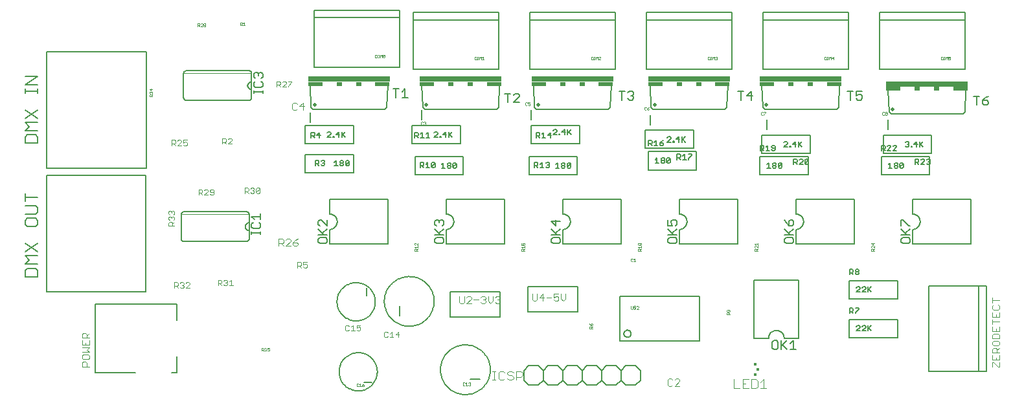
<source format=gto>
G75*
G70*
%OFA0B0*%
%FSLAX24Y24*%
%IPPOS*%
%LPD*%
%AMOC8*
5,1,8,0,0,1.08239X$1,22.5*
%
%ADD10C,0.0060*%
%ADD11C,0.0010*%
%ADD12C,0.0080*%
%ADD13C,0.0040*%
%ADD14C,0.0030*%
%ADD15C,0.0050*%
%ADD16C,0.0200*%
%ADD17R,0.4200X0.0300*%
%ADD18R,0.0750X0.0200*%
%ADD19R,0.0300X0.0200*%
%ADD20C,0.0020*%
%ADD21R,0.0167X0.0128*%
%ADD22R,0.0138X0.0138*%
D10*
X003731Y006431D02*
X003731Y006751D01*
X003837Y006858D01*
X004264Y006858D01*
X004371Y006751D01*
X004371Y006431D01*
X003731Y006431D01*
X003731Y007076D02*
X003944Y007289D01*
X003731Y007503D01*
X004371Y007503D01*
X004371Y007720D02*
X003731Y008147D01*
X003731Y007720D02*
X004371Y008147D01*
X004264Y009009D02*
X003837Y009009D01*
X003731Y009116D01*
X003731Y009330D01*
X003837Y009436D01*
X004264Y009436D01*
X004371Y009330D01*
X004371Y009116D01*
X004264Y009009D01*
X004264Y009654D02*
X003731Y009654D01*
X004264Y009654D02*
X004371Y009761D01*
X004371Y009974D01*
X004264Y010081D01*
X003731Y010081D01*
X003731Y010298D02*
X003731Y010725D01*
X003731Y010512D02*
X004371Y010512D01*
X004371Y013306D02*
X003731Y013306D01*
X003731Y013626D01*
X003837Y013733D01*
X004264Y013733D01*
X004371Y013626D01*
X004371Y013306D01*
X004371Y013951D02*
X003731Y013951D01*
X003944Y014164D01*
X003731Y014378D01*
X004371Y014378D01*
X004371Y014595D02*
X003731Y015022D01*
X003731Y014595D02*
X004371Y015022D01*
X004371Y015884D02*
X004371Y016098D01*
X004371Y015991D02*
X003731Y015991D01*
X003731Y015884D02*
X003731Y016098D01*
X003731Y016314D02*
X004371Y016741D01*
X003731Y016741D01*
X003731Y016314D02*
X004371Y016314D01*
X011894Y016895D02*
X011894Y015655D01*
X011896Y015632D01*
X011901Y015609D01*
X011910Y015587D01*
X011923Y015567D01*
X011938Y015549D01*
X011956Y015534D01*
X011976Y015521D01*
X011998Y015512D01*
X012021Y015507D01*
X012044Y015505D01*
X015244Y015505D01*
X015267Y015507D01*
X015290Y015512D01*
X015312Y015521D01*
X015332Y015534D01*
X015350Y015549D01*
X015365Y015567D01*
X015378Y015587D01*
X015387Y015609D01*
X015392Y015632D01*
X015394Y015655D01*
X015394Y016075D01*
X015394Y016475D01*
X015394Y016895D01*
X015392Y016918D01*
X015387Y016941D01*
X015378Y016963D01*
X015365Y016983D01*
X015350Y017001D01*
X015332Y017016D01*
X015312Y017029D01*
X015290Y017038D01*
X015267Y017043D01*
X015244Y017045D01*
X012044Y017045D01*
X012021Y017043D01*
X011998Y017038D01*
X011976Y017029D01*
X011956Y017016D01*
X011938Y017001D01*
X011923Y016983D01*
X011910Y016963D01*
X011901Y016941D01*
X011896Y016918D01*
X011894Y016895D01*
X015394Y016475D02*
X015367Y016473D01*
X015340Y016468D01*
X015314Y016458D01*
X015290Y016446D01*
X015268Y016430D01*
X015248Y016412D01*
X015231Y016390D01*
X015216Y016367D01*
X015206Y016342D01*
X015198Y016316D01*
X015194Y016289D01*
X015194Y016261D01*
X015198Y016234D01*
X015206Y016208D01*
X015216Y016183D01*
X015231Y016160D01*
X015248Y016138D01*
X015268Y016120D01*
X015290Y016104D01*
X015314Y016092D01*
X015340Y016082D01*
X015367Y016077D01*
X015394Y016075D01*
X018400Y016307D02*
X018450Y015157D01*
X018550Y015057D01*
X022250Y015057D01*
X022350Y015157D01*
X022400Y016307D01*
X024150Y016307D02*
X024200Y015157D01*
X024300Y015057D01*
X028000Y015057D01*
X028100Y015157D01*
X028150Y016307D01*
X029900Y016307D02*
X029950Y015157D01*
X030050Y015057D01*
X033750Y015057D01*
X033850Y015157D01*
X033900Y016307D01*
X035900Y016307D02*
X035950Y015157D01*
X036050Y015057D01*
X039750Y015057D01*
X039850Y015157D01*
X039900Y016307D01*
X041650Y016307D02*
X041700Y015157D01*
X041800Y015057D01*
X045500Y015057D01*
X045600Y015157D01*
X045650Y016307D01*
X048150Y016057D02*
X048200Y014907D01*
X048300Y014807D01*
X052000Y014807D01*
X052100Y014907D01*
X052150Y016057D01*
X052400Y010407D02*
X049400Y010407D01*
X049400Y009657D01*
X049439Y009655D01*
X049478Y009649D01*
X049516Y009640D01*
X049553Y009627D01*
X049589Y009610D01*
X049622Y009590D01*
X049654Y009566D01*
X049683Y009540D01*
X049709Y009511D01*
X049733Y009479D01*
X049753Y009446D01*
X049770Y009410D01*
X049783Y009373D01*
X049792Y009335D01*
X049798Y009296D01*
X049800Y009257D01*
X049798Y009218D01*
X049792Y009179D01*
X049783Y009141D01*
X049770Y009104D01*
X049753Y009068D01*
X049733Y009035D01*
X049709Y009003D01*
X049683Y008974D01*
X049654Y008948D01*
X049622Y008924D01*
X049589Y008904D01*
X049553Y008887D01*
X049516Y008874D01*
X049478Y008865D01*
X049439Y008859D01*
X049400Y008857D01*
X049400Y008107D01*
X052400Y008107D01*
X052400Y010407D01*
X046400Y010407D02*
X046400Y008107D01*
X043400Y008107D01*
X043400Y008857D01*
X043439Y008859D01*
X043478Y008865D01*
X043516Y008874D01*
X043553Y008887D01*
X043589Y008904D01*
X043622Y008924D01*
X043654Y008948D01*
X043683Y008974D01*
X043709Y009003D01*
X043733Y009035D01*
X043753Y009068D01*
X043770Y009104D01*
X043783Y009141D01*
X043792Y009179D01*
X043798Y009218D01*
X043800Y009257D01*
X043798Y009296D01*
X043792Y009335D01*
X043783Y009373D01*
X043770Y009410D01*
X043753Y009446D01*
X043733Y009479D01*
X043709Y009511D01*
X043683Y009540D01*
X043654Y009566D01*
X043622Y009590D01*
X043589Y009610D01*
X043553Y009627D01*
X043516Y009640D01*
X043478Y009649D01*
X043439Y009655D01*
X043400Y009657D01*
X043400Y010407D01*
X046400Y010407D01*
X040400Y010407D02*
X040400Y008107D01*
X037400Y008107D01*
X037400Y008857D01*
X037439Y008859D01*
X037478Y008865D01*
X037516Y008874D01*
X037553Y008887D01*
X037589Y008904D01*
X037622Y008924D01*
X037654Y008948D01*
X037683Y008974D01*
X037709Y009003D01*
X037733Y009035D01*
X037753Y009068D01*
X037770Y009104D01*
X037783Y009141D01*
X037792Y009179D01*
X037798Y009218D01*
X037800Y009257D01*
X037798Y009296D01*
X037792Y009335D01*
X037783Y009373D01*
X037770Y009410D01*
X037753Y009446D01*
X037733Y009479D01*
X037709Y009511D01*
X037683Y009540D01*
X037654Y009566D01*
X037622Y009590D01*
X037589Y009610D01*
X037553Y009627D01*
X037516Y009640D01*
X037478Y009649D01*
X037439Y009655D01*
X037400Y009657D01*
X037400Y010407D01*
X040400Y010407D01*
X034400Y010407D02*
X034400Y008107D01*
X031400Y008107D01*
X031400Y008857D01*
X031439Y008859D01*
X031478Y008865D01*
X031516Y008874D01*
X031553Y008887D01*
X031589Y008904D01*
X031622Y008924D01*
X031654Y008948D01*
X031683Y008974D01*
X031709Y009003D01*
X031733Y009035D01*
X031753Y009068D01*
X031770Y009104D01*
X031783Y009141D01*
X031792Y009179D01*
X031798Y009218D01*
X031800Y009257D01*
X031798Y009296D01*
X031792Y009335D01*
X031783Y009373D01*
X031770Y009410D01*
X031753Y009446D01*
X031733Y009479D01*
X031709Y009511D01*
X031683Y009540D01*
X031654Y009566D01*
X031622Y009590D01*
X031589Y009610D01*
X031553Y009627D01*
X031516Y009640D01*
X031478Y009649D01*
X031439Y009655D01*
X031400Y009657D01*
X031400Y010407D01*
X034400Y010407D01*
X028400Y010407D02*
X028400Y008107D01*
X025400Y008107D01*
X025400Y008857D01*
X025439Y008859D01*
X025478Y008865D01*
X025516Y008874D01*
X025553Y008887D01*
X025589Y008904D01*
X025622Y008924D01*
X025654Y008948D01*
X025683Y008974D01*
X025709Y009003D01*
X025733Y009035D01*
X025753Y009068D01*
X025770Y009104D01*
X025783Y009141D01*
X025792Y009179D01*
X025798Y009218D01*
X025800Y009257D01*
X025798Y009296D01*
X025792Y009335D01*
X025783Y009373D01*
X025770Y009410D01*
X025753Y009446D01*
X025733Y009479D01*
X025709Y009511D01*
X025683Y009540D01*
X025654Y009566D01*
X025622Y009590D01*
X025589Y009610D01*
X025553Y009627D01*
X025516Y009640D01*
X025478Y009649D01*
X025439Y009655D01*
X025400Y009657D01*
X025400Y010407D01*
X028400Y010407D01*
X022400Y010407D02*
X022400Y008107D01*
X019400Y008107D01*
X019400Y008857D01*
X019439Y008859D01*
X019478Y008865D01*
X019516Y008874D01*
X019553Y008887D01*
X019589Y008904D01*
X019622Y008924D01*
X019654Y008948D01*
X019683Y008974D01*
X019709Y009003D01*
X019733Y009035D01*
X019753Y009068D01*
X019770Y009104D01*
X019783Y009141D01*
X019792Y009179D01*
X019798Y009218D01*
X019800Y009257D01*
X019798Y009296D01*
X019792Y009335D01*
X019783Y009373D01*
X019770Y009410D01*
X019753Y009446D01*
X019733Y009479D01*
X019709Y009511D01*
X019683Y009540D01*
X019654Y009566D01*
X019622Y009590D01*
X019589Y009610D01*
X019553Y009627D01*
X019516Y009640D01*
X019478Y009649D01*
X019439Y009655D01*
X019400Y009657D01*
X019400Y010407D01*
X022400Y010407D01*
X015268Y009627D02*
X015268Y009207D01*
X015268Y008807D01*
X015268Y008387D01*
X015266Y008364D01*
X015261Y008341D01*
X015252Y008319D01*
X015239Y008299D01*
X015224Y008281D01*
X015206Y008266D01*
X015186Y008253D01*
X015164Y008244D01*
X015141Y008239D01*
X015118Y008237D01*
X011918Y008237D01*
X011895Y008239D01*
X011872Y008244D01*
X011850Y008253D01*
X011830Y008266D01*
X011812Y008281D01*
X011797Y008299D01*
X011784Y008319D01*
X011775Y008341D01*
X011770Y008364D01*
X011768Y008387D01*
X011768Y009627D01*
X011770Y009650D01*
X011775Y009673D01*
X011784Y009695D01*
X011797Y009715D01*
X011812Y009733D01*
X011830Y009748D01*
X011850Y009761D01*
X011872Y009770D01*
X011895Y009775D01*
X011918Y009777D01*
X015118Y009777D01*
X015141Y009775D01*
X015164Y009770D01*
X015186Y009761D01*
X015206Y009748D01*
X015224Y009733D01*
X015239Y009715D01*
X015252Y009695D01*
X015261Y009673D01*
X015266Y009650D01*
X015268Y009627D01*
X015268Y009207D02*
X015241Y009205D01*
X015214Y009200D01*
X015188Y009190D01*
X015164Y009178D01*
X015142Y009162D01*
X015122Y009144D01*
X015105Y009122D01*
X015090Y009099D01*
X015080Y009074D01*
X015072Y009048D01*
X015068Y009021D01*
X015068Y008993D01*
X015072Y008966D01*
X015080Y008940D01*
X015090Y008915D01*
X015105Y008892D01*
X015122Y008870D01*
X015142Y008852D01*
X015164Y008836D01*
X015188Y008824D01*
X015214Y008814D01*
X015241Y008809D01*
X015268Y008807D01*
X004371Y007076D02*
X003731Y007076D01*
X034353Y005409D02*
X034353Y003106D01*
X038447Y003106D01*
X038447Y005409D01*
X034353Y005409D01*
X034556Y003490D02*
X034558Y003516D01*
X034564Y003542D01*
X034573Y003567D01*
X034586Y003590D01*
X034602Y003611D01*
X034621Y003629D01*
X034643Y003645D01*
X034666Y003657D01*
X034691Y003665D01*
X034717Y003670D01*
X034744Y003671D01*
X034770Y003668D01*
X034795Y003661D01*
X034820Y003651D01*
X034842Y003637D01*
X034863Y003620D01*
X034880Y003601D01*
X034895Y003579D01*
X034906Y003555D01*
X034914Y003529D01*
X034918Y003503D01*
X034918Y003477D01*
X034914Y003451D01*
X034906Y003425D01*
X034895Y003401D01*
X034880Y003379D01*
X034863Y003360D01*
X034842Y003343D01*
X034820Y003329D01*
X034795Y003319D01*
X034770Y003312D01*
X034744Y003309D01*
X034717Y003310D01*
X034691Y003315D01*
X034666Y003323D01*
X034643Y003335D01*
X034621Y003351D01*
X034602Y003369D01*
X034586Y003390D01*
X034573Y003413D01*
X034564Y003438D01*
X034558Y003464D01*
X034556Y003490D01*
X041250Y003257D02*
X042000Y003257D01*
X042002Y003296D01*
X042008Y003335D01*
X042017Y003373D01*
X042030Y003410D01*
X042047Y003446D01*
X042067Y003479D01*
X042091Y003511D01*
X042117Y003540D01*
X042146Y003566D01*
X042178Y003590D01*
X042211Y003610D01*
X042247Y003627D01*
X042284Y003640D01*
X042322Y003649D01*
X042361Y003655D01*
X042400Y003657D01*
X042439Y003655D01*
X042478Y003649D01*
X042516Y003640D01*
X042553Y003627D01*
X042589Y003610D01*
X042622Y003590D01*
X042654Y003566D01*
X042683Y003540D01*
X042709Y003511D01*
X042733Y003479D01*
X042753Y003446D01*
X042770Y003410D01*
X042783Y003373D01*
X042792Y003335D01*
X042798Y003296D01*
X042800Y003257D01*
X043550Y003257D01*
X043550Y006257D01*
X041250Y006257D01*
X041250Y003257D01*
D11*
X040005Y004468D02*
X039855Y004468D01*
X039855Y004543D01*
X039880Y004568D01*
X039930Y004568D01*
X039955Y004543D01*
X039955Y004468D01*
X039955Y004518D02*
X040005Y004568D01*
X039980Y004615D02*
X040005Y004640D01*
X040005Y004690D01*
X039980Y004715D01*
X039880Y004715D01*
X039855Y004690D01*
X039855Y004640D01*
X039880Y004615D01*
X039905Y004615D01*
X039930Y004640D01*
X039930Y004715D01*
X035300Y004762D02*
X035200Y004762D01*
X035300Y004863D01*
X035300Y004888D01*
X035275Y004913D01*
X035225Y004913D01*
X035200Y004888D01*
X035153Y004888D02*
X035128Y004913D01*
X035078Y004913D01*
X035053Y004888D01*
X035053Y004863D01*
X035078Y004838D01*
X035128Y004838D01*
X035153Y004813D01*
X035153Y004787D01*
X035128Y004762D01*
X035078Y004762D01*
X035053Y004787D01*
X035005Y004787D02*
X035005Y004913D01*
X034905Y004913D02*
X034905Y004787D01*
X034930Y004762D01*
X034980Y004762D01*
X035005Y004787D01*
X035103Y004737D02*
X035103Y004938D01*
X032945Y003985D02*
X032920Y004010D01*
X032895Y004010D01*
X032870Y003985D01*
X032870Y003910D01*
X032920Y003910D01*
X032945Y003935D01*
X032945Y003985D01*
X032870Y003910D02*
X032820Y003960D01*
X032795Y004010D01*
X032820Y003863D02*
X032870Y003863D01*
X032895Y003838D01*
X032895Y003762D01*
X032945Y003762D02*
X032795Y003762D01*
X032795Y003838D01*
X032820Y003863D01*
X032895Y003813D02*
X032945Y003863D01*
X026658Y000953D02*
X026658Y000928D01*
X026633Y000903D01*
X026658Y000878D01*
X026658Y000852D01*
X026633Y000827D01*
X026583Y000827D01*
X026558Y000852D01*
X026511Y000827D02*
X026411Y000827D01*
X026461Y000827D02*
X026461Y000978D01*
X026411Y000928D01*
X026363Y000953D02*
X026338Y000978D01*
X026288Y000978D01*
X026263Y000953D01*
X026263Y000852D01*
X026288Y000827D01*
X026338Y000827D01*
X026363Y000852D01*
X026558Y000953D02*
X026583Y000978D01*
X026633Y000978D01*
X026658Y000953D01*
X026633Y000903D02*
X026608Y000903D01*
X021190Y000922D02*
X021140Y000897D01*
X021090Y000847D01*
X021165Y000847D01*
X021190Y000822D01*
X021190Y000797D01*
X021165Y000772D01*
X021115Y000772D01*
X021090Y000797D01*
X021090Y000847D01*
X021043Y000772D02*
X020943Y000772D01*
X020993Y000772D02*
X020993Y000922D01*
X020943Y000872D01*
X020896Y000897D02*
X020871Y000922D01*
X020821Y000922D01*
X020796Y000897D01*
X020796Y000797D01*
X020821Y000772D01*
X020871Y000772D01*
X020896Y000797D01*
X016301Y002631D02*
X016276Y002606D01*
X016226Y002606D01*
X016201Y002631D01*
X016154Y002631D02*
X016129Y002606D01*
X016079Y002606D01*
X016054Y002631D01*
X016006Y002606D02*
X015956Y002656D01*
X015981Y002656D02*
X015906Y002656D01*
X015906Y002606D02*
X015906Y002756D01*
X015981Y002756D01*
X016006Y002731D01*
X016006Y002681D01*
X015981Y002656D01*
X016054Y002731D02*
X016079Y002756D01*
X016129Y002756D01*
X016154Y002731D01*
X016154Y002706D01*
X016129Y002681D01*
X016154Y002656D01*
X016154Y002631D01*
X016129Y002681D02*
X016104Y002681D01*
X016201Y002681D02*
X016251Y002706D01*
X016276Y002706D01*
X016301Y002681D01*
X016301Y002631D01*
X016201Y002681D02*
X016201Y002756D01*
X016301Y002756D01*
X023795Y007762D02*
X023795Y007838D01*
X023820Y007863D01*
X023870Y007863D01*
X023895Y007838D01*
X023895Y007762D01*
X023945Y007762D02*
X023795Y007762D01*
X023895Y007813D02*
X023945Y007863D01*
X023945Y007910D02*
X023945Y008010D01*
X023945Y008057D02*
X023845Y008157D01*
X023820Y008157D01*
X023795Y008132D01*
X023795Y008082D01*
X023820Y008057D01*
X023795Y007960D02*
X023945Y007960D01*
X023945Y008057D02*
X023945Y008157D01*
X023795Y007960D02*
X023845Y007910D01*
X029295Y007960D02*
X029345Y007910D01*
X029320Y007863D02*
X029370Y007863D01*
X029395Y007838D01*
X029395Y007762D01*
X029445Y007762D02*
X029295Y007762D01*
X029295Y007838D01*
X029320Y007863D01*
X029395Y007813D02*
X029445Y007863D01*
X029445Y007910D02*
X029445Y008010D01*
X029445Y007960D02*
X029295Y007960D01*
X029295Y008057D02*
X029370Y008057D01*
X029345Y008107D01*
X029345Y008132D01*
X029370Y008157D01*
X029420Y008157D01*
X029445Y008132D01*
X029445Y008082D01*
X029420Y008057D01*
X029295Y008057D02*
X029295Y008157D01*
X034905Y007338D02*
X034905Y007237D01*
X034930Y007212D01*
X034980Y007212D01*
X035005Y007237D01*
X035053Y007212D02*
X035153Y007212D01*
X035103Y007212D02*
X035103Y007363D01*
X035053Y007313D01*
X035005Y007338D02*
X034980Y007363D01*
X034930Y007363D01*
X034905Y007338D01*
X035295Y007762D02*
X035295Y007838D01*
X035320Y007863D01*
X035370Y007863D01*
X035395Y007838D01*
X035395Y007762D01*
X035445Y007762D02*
X035295Y007762D01*
X035395Y007813D02*
X035445Y007863D01*
X035445Y007910D02*
X035445Y008010D01*
X035445Y007960D02*
X035295Y007960D01*
X035345Y007910D01*
X035345Y008057D02*
X035320Y008057D01*
X035295Y008082D01*
X035295Y008132D01*
X035320Y008157D01*
X035345Y008157D01*
X035370Y008132D01*
X035370Y008082D01*
X035345Y008057D01*
X035370Y008082D02*
X035395Y008057D01*
X035420Y008057D01*
X035445Y008082D01*
X035445Y008132D01*
X035420Y008157D01*
X035395Y008157D01*
X035370Y008132D01*
X041295Y008107D02*
X041445Y008107D01*
X041445Y008057D02*
X041445Y008157D01*
X041345Y008057D02*
X041295Y008107D01*
X041320Y008010D02*
X041295Y007985D01*
X041295Y007935D01*
X041320Y007910D01*
X041320Y007863D02*
X041370Y007863D01*
X041395Y007838D01*
X041395Y007762D01*
X041445Y007762D02*
X041295Y007762D01*
X041295Y007838D01*
X041320Y007863D01*
X041395Y007813D02*
X041445Y007863D01*
X041445Y007910D02*
X041345Y008010D01*
X041320Y008010D01*
X041445Y008010D02*
X041445Y007910D01*
X047295Y007935D02*
X047320Y007910D01*
X047295Y007935D02*
X047295Y007985D01*
X047320Y008010D01*
X047345Y008010D01*
X047445Y007910D01*
X047445Y008010D01*
X047370Y008057D02*
X047370Y008157D01*
X047295Y008132D02*
X047370Y008057D01*
X047445Y008132D02*
X047295Y008132D01*
X047320Y007863D02*
X047370Y007863D01*
X047395Y007838D01*
X047395Y007762D01*
X047445Y007762D02*
X047295Y007762D01*
X047295Y007838D01*
X047320Y007863D01*
X047395Y007813D02*
X047445Y007863D01*
X047880Y014762D02*
X047930Y014762D01*
X047955Y014787D01*
X048003Y014787D02*
X048003Y014813D01*
X048028Y014838D01*
X048078Y014838D01*
X048103Y014813D01*
X048103Y014787D01*
X048078Y014762D01*
X048028Y014762D01*
X048003Y014787D01*
X048028Y014838D02*
X048003Y014863D01*
X048003Y014888D01*
X048028Y014913D01*
X048078Y014913D01*
X048103Y014888D01*
X048103Y014863D01*
X048078Y014838D01*
X047955Y014888D02*
X047930Y014913D01*
X047880Y014913D01*
X047855Y014888D01*
X047855Y014787D01*
X047880Y014762D01*
X041853Y014888D02*
X041753Y014787D01*
X041753Y014762D01*
X041705Y014787D02*
X041680Y014762D01*
X041630Y014762D01*
X041605Y014787D01*
X041605Y014888D01*
X041630Y014913D01*
X041680Y014913D01*
X041705Y014888D01*
X041753Y014913D02*
X041853Y014913D01*
X041853Y014888D01*
X035853Y015037D02*
X035828Y015012D01*
X035778Y015012D01*
X035753Y015037D01*
X035753Y015088D01*
X035828Y015088D01*
X035853Y015063D01*
X035853Y015037D01*
X035803Y015138D02*
X035753Y015088D01*
X035705Y015138D02*
X035680Y015163D01*
X035630Y015163D01*
X035605Y015138D01*
X035605Y015037D01*
X035630Y015012D01*
X035680Y015012D01*
X035705Y015037D01*
X035803Y015138D02*
X035853Y015163D01*
X029728Y015287D02*
X029703Y015262D01*
X029653Y015262D01*
X029628Y015287D01*
X029580Y015287D02*
X029555Y015262D01*
X029505Y015262D01*
X029480Y015287D01*
X029480Y015388D01*
X029505Y015413D01*
X029555Y015413D01*
X029580Y015388D01*
X029628Y015413D02*
X029628Y015338D01*
X029678Y015363D01*
X029703Y015363D01*
X029728Y015338D01*
X029728Y015287D01*
X029728Y015413D02*
X029628Y015413D01*
X024353Y014388D02*
X024353Y014363D01*
X024328Y014338D01*
X024353Y014313D01*
X024353Y014287D01*
X024328Y014262D01*
X024278Y014262D01*
X024253Y014287D01*
X024205Y014287D02*
X024180Y014262D01*
X024130Y014262D01*
X024105Y014287D01*
X024105Y014388D01*
X024130Y014413D01*
X024180Y014413D01*
X024205Y014388D01*
X024253Y014388D02*
X024278Y014413D01*
X024328Y014413D01*
X024353Y014388D01*
X024328Y014338D02*
X024303Y014338D01*
X026865Y017602D02*
X026940Y017602D01*
X026965Y017627D01*
X026965Y017728D01*
X026940Y017753D01*
X026865Y017753D01*
X026865Y017602D01*
X027012Y017602D02*
X027062Y017602D01*
X027037Y017602D02*
X027037Y017753D01*
X027012Y017753D02*
X027062Y017753D01*
X027111Y017753D02*
X027161Y017703D01*
X027211Y017753D01*
X027211Y017602D01*
X027258Y017602D02*
X027358Y017602D01*
X027308Y017602D02*
X027308Y017753D01*
X027258Y017703D01*
X027111Y017753D02*
X027111Y017602D01*
X022252Y017734D02*
X022227Y017709D01*
X022177Y017709D01*
X022152Y017734D01*
X022252Y017834D01*
X022252Y017734D01*
X022252Y017834D02*
X022227Y017859D01*
X022177Y017859D01*
X022152Y017834D01*
X022152Y017734D01*
X022104Y017709D02*
X022104Y017859D01*
X022054Y017809D01*
X022004Y017859D01*
X022004Y017709D01*
X021956Y017709D02*
X021906Y017709D01*
X021931Y017709D02*
X021931Y017859D01*
X021906Y017859D02*
X021956Y017859D01*
X021859Y017834D02*
X021834Y017859D01*
X021759Y017859D01*
X021759Y017709D01*
X021834Y017709D01*
X021859Y017734D01*
X021859Y017834D01*
X015051Y019373D02*
X014951Y019373D01*
X014904Y019373D02*
X014854Y019423D01*
X014879Y019423D02*
X014804Y019423D01*
X014804Y019373D02*
X014804Y019523D01*
X014879Y019523D01*
X014904Y019498D01*
X014904Y019448D01*
X014879Y019423D01*
X014951Y019473D02*
X015001Y019523D01*
X015001Y019373D01*
X013023Y019367D02*
X013023Y019342D01*
X012998Y019317D01*
X012948Y019317D01*
X012923Y019342D01*
X012923Y019367D01*
X012948Y019392D01*
X012998Y019392D01*
X013023Y019367D01*
X012998Y019392D02*
X013023Y019417D01*
X013023Y019442D01*
X012998Y019467D01*
X012948Y019467D01*
X012923Y019442D01*
X012923Y019417D01*
X012948Y019392D01*
X012876Y019417D02*
X012876Y019442D01*
X012851Y019467D01*
X012801Y019467D01*
X012776Y019442D01*
X012729Y019442D02*
X012729Y019392D01*
X012704Y019367D01*
X012629Y019367D01*
X012679Y019367D02*
X012729Y019317D01*
X012776Y019317D02*
X012876Y019417D01*
X012876Y019317D02*
X012776Y019317D01*
X012729Y019442D02*
X012704Y019467D01*
X012629Y019467D01*
X012629Y019317D01*
X010291Y016082D02*
X010141Y016082D01*
X010216Y016007D01*
X010216Y016107D01*
X010241Y015960D02*
X010266Y015960D01*
X010291Y015935D01*
X010291Y015885D01*
X010266Y015860D01*
X010291Y015812D02*
X010241Y015762D01*
X010241Y015787D02*
X010241Y015712D01*
X010291Y015712D02*
X010141Y015712D01*
X010141Y015787D01*
X010166Y015812D01*
X010216Y015812D01*
X010241Y015787D01*
X010166Y015860D02*
X010141Y015885D01*
X010141Y015935D01*
X010166Y015960D01*
X010191Y015960D01*
X010216Y015935D01*
X010241Y015960D01*
X010216Y015935D02*
X010216Y015910D01*
X032865Y017602D02*
X032940Y017602D01*
X032965Y017627D01*
X032965Y017728D01*
X032940Y017753D01*
X032865Y017753D01*
X032865Y017602D01*
X033012Y017602D02*
X033062Y017602D01*
X033037Y017602D02*
X033037Y017753D01*
X033012Y017753D02*
X033062Y017753D01*
X033111Y017753D02*
X033161Y017703D01*
X033211Y017753D01*
X033211Y017602D01*
X033258Y017602D02*
X033358Y017703D01*
X033358Y017728D01*
X033333Y017753D01*
X033283Y017753D01*
X033258Y017728D01*
X033258Y017602D02*
X033358Y017602D01*
X033111Y017602D02*
X033111Y017753D01*
X038865Y017753D02*
X038865Y017602D01*
X038940Y017602D01*
X038965Y017627D01*
X038965Y017728D01*
X038940Y017753D01*
X038865Y017753D01*
X039012Y017753D02*
X039062Y017753D01*
X039037Y017753D02*
X039037Y017602D01*
X039012Y017602D02*
X039062Y017602D01*
X039111Y017602D02*
X039111Y017753D01*
X039161Y017703D01*
X039211Y017753D01*
X039211Y017602D01*
X039258Y017627D02*
X039283Y017602D01*
X039333Y017602D01*
X039358Y017627D01*
X039358Y017653D01*
X039333Y017678D01*
X039308Y017678D01*
X039333Y017678D02*
X039358Y017703D01*
X039358Y017728D01*
X039333Y017753D01*
X039283Y017753D01*
X039258Y017728D01*
X044865Y017753D02*
X044865Y017602D01*
X044940Y017602D01*
X044965Y017627D01*
X044965Y017728D01*
X044940Y017753D01*
X044865Y017753D01*
X045012Y017753D02*
X045062Y017753D01*
X045037Y017753D02*
X045037Y017602D01*
X045012Y017602D02*
X045062Y017602D01*
X045111Y017602D02*
X045111Y017753D01*
X045161Y017703D01*
X045211Y017753D01*
X045211Y017602D01*
X045258Y017678D02*
X045358Y017678D01*
X045333Y017753D02*
X045258Y017678D01*
X045333Y017602D02*
X045333Y017753D01*
X050865Y017753D02*
X050865Y017602D01*
X050940Y017602D01*
X050965Y017627D01*
X050965Y017728D01*
X050940Y017753D01*
X050865Y017753D01*
X051012Y017753D02*
X051062Y017753D01*
X051037Y017753D02*
X051037Y017602D01*
X051012Y017602D02*
X051062Y017602D01*
X051111Y017602D02*
X051111Y017753D01*
X051161Y017703D01*
X051211Y017753D01*
X051211Y017602D01*
X051258Y017627D02*
X051283Y017602D01*
X051333Y017602D01*
X051358Y017627D01*
X051358Y017678D01*
X051333Y017703D01*
X051308Y017703D01*
X051258Y017678D01*
X051258Y017753D01*
X051358Y017753D01*
D12*
X052121Y017104D02*
X052121Y019663D01*
X047711Y019663D01*
X047711Y020057D01*
X052121Y020057D01*
X052121Y019663D01*
X047711Y019663D02*
X047711Y017104D01*
X052121Y017104D01*
X046121Y017104D02*
X046121Y019663D01*
X041711Y019663D01*
X041711Y020057D01*
X046121Y020057D01*
X046121Y019663D01*
X041711Y019663D02*
X041711Y017104D01*
X046121Y017104D01*
X040121Y017104D02*
X040121Y019663D01*
X035711Y019663D01*
X035711Y020057D01*
X040121Y020057D01*
X040121Y019663D01*
X035711Y019663D02*
X035711Y017104D01*
X040121Y017104D01*
X034121Y017104D02*
X034121Y019663D01*
X029711Y019663D01*
X029711Y020057D01*
X034121Y020057D01*
X034121Y019663D01*
X029711Y019663D02*
X029711Y017104D01*
X034121Y017104D01*
X029775Y015007D02*
X029775Y014507D01*
X029785Y014230D02*
X032265Y014230D01*
X032265Y013285D01*
X029785Y013285D01*
X029785Y014230D01*
X026140Y014230D02*
X026140Y013285D01*
X023660Y013285D01*
X023660Y014230D01*
X026140Y014230D01*
X024150Y014507D02*
X024150Y015007D01*
X020640Y014230D02*
X018160Y014230D01*
X018160Y013285D01*
X020640Y013285D01*
X020640Y014230D01*
X018400Y014382D02*
X018400Y014882D01*
X018160Y012730D02*
X020640Y012730D01*
X020640Y011785D01*
X018160Y011785D01*
X018160Y012730D01*
X023805Y012623D02*
X023805Y011678D01*
X026285Y011678D01*
X026285Y012623D01*
X023805Y012623D01*
X029680Y012623D02*
X029680Y011678D01*
X032160Y011678D01*
X032160Y012623D01*
X029680Y012623D01*
X035660Y013035D02*
X035660Y013980D01*
X038140Y013980D01*
X038140Y013035D01*
X035660Y013035D01*
X035805Y012873D02*
X038285Y012873D01*
X038285Y011928D01*
X035805Y011928D01*
X035805Y012873D01*
X035900Y014257D02*
X035900Y014757D01*
X041555Y012623D02*
X044035Y012623D01*
X044035Y011678D01*
X041555Y011678D01*
X041555Y012623D01*
X041660Y012785D02*
X041660Y013730D01*
X044140Y013730D01*
X044140Y012785D01*
X041660Y012785D01*
X041900Y014007D02*
X041900Y014507D01*
X047910Y013730D02*
X047910Y012785D01*
X050390Y012785D01*
X050390Y013730D01*
X047910Y013730D01*
X048150Y014007D02*
X048150Y014507D01*
X047805Y012623D02*
X050285Y012623D01*
X050285Y011678D01*
X047805Y011678D01*
X047805Y012623D01*
X048640Y006230D02*
X046160Y006230D01*
X046160Y005285D01*
X048640Y005285D01*
X048640Y006230D01*
X050247Y005946D02*
X052806Y005946D01*
X052806Y001537D01*
X050247Y001537D01*
X050247Y005946D01*
X052806Y005946D02*
X053199Y005946D01*
X053199Y001537D01*
X052806Y001537D01*
X048640Y003285D02*
X046160Y003285D01*
X046160Y004230D01*
X048640Y004230D01*
X048640Y003285D01*
X035400Y001582D02*
X035400Y001082D01*
X035150Y000832D01*
X034650Y000832D01*
X034400Y001082D01*
X034400Y001582D01*
X034650Y001832D01*
X035150Y001832D01*
X035400Y001582D01*
X034400Y001582D02*
X034150Y001832D01*
X033650Y001832D01*
X033400Y001582D01*
X033400Y001082D01*
X033150Y000832D01*
X032650Y000832D01*
X032400Y001082D01*
X032400Y001582D01*
X032650Y001832D01*
X033150Y001832D01*
X033400Y001582D01*
X033400Y001082D02*
X033650Y000832D01*
X034150Y000832D01*
X034400Y001082D01*
X032400Y001082D02*
X032150Y000832D01*
X031650Y000832D01*
X031400Y001082D01*
X031400Y001582D01*
X031650Y001832D01*
X032150Y001832D01*
X032400Y001582D01*
X031400Y001582D02*
X031150Y001832D01*
X030650Y001832D01*
X030400Y001582D01*
X030400Y001082D01*
X030150Y000832D01*
X029650Y000832D01*
X029400Y001082D01*
X029400Y001582D01*
X029650Y001832D01*
X030150Y001832D01*
X030400Y001582D01*
X030400Y001082D02*
X030650Y000832D01*
X031150Y000832D01*
X031400Y001082D01*
X027150Y001132D02*
X026650Y001132D01*
X025120Y001632D02*
X025122Y001703D01*
X025128Y001774D01*
X025138Y001845D01*
X025152Y001914D01*
X025169Y001983D01*
X025191Y002051D01*
X025216Y002118D01*
X025245Y002183D01*
X025277Y002246D01*
X025313Y002308D01*
X025352Y002367D01*
X025395Y002424D01*
X025440Y002479D01*
X025489Y002531D01*
X025540Y002580D01*
X025594Y002626D01*
X025651Y002670D01*
X025709Y002710D01*
X025770Y002746D01*
X025833Y002780D01*
X025898Y002809D01*
X025964Y002835D01*
X026032Y002858D01*
X026100Y002876D01*
X026170Y002891D01*
X026240Y002902D01*
X026311Y002909D01*
X026382Y002912D01*
X026453Y002911D01*
X026524Y002906D01*
X026595Y002897D01*
X026665Y002884D01*
X026734Y002868D01*
X026802Y002847D01*
X026869Y002823D01*
X026935Y002795D01*
X026998Y002763D01*
X027060Y002728D01*
X027120Y002690D01*
X027178Y002648D01*
X027233Y002604D01*
X027286Y002556D01*
X027336Y002505D01*
X027383Y002452D01*
X027427Y002396D01*
X027468Y002338D01*
X027506Y002277D01*
X027540Y002215D01*
X027570Y002150D01*
X027597Y002085D01*
X027621Y002017D01*
X027640Y001949D01*
X027656Y001880D01*
X027668Y001809D01*
X027676Y001739D01*
X027680Y001668D01*
X027680Y001596D01*
X027676Y001525D01*
X027668Y001455D01*
X027656Y001384D01*
X027640Y001315D01*
X027621Y001247D01*
X027597Y001179D01*
X027570Y001114D01*
X027540Y001049D01*
X027506Y000987D01*
X027468Y000926D01*
X027427Y000868D01*
X027383Y000812D01*
X027336Y000759D01*
X027286Y000708D01*
X027233Y000660D01*
X027178Y000616D01*
X027120Y000574D01*
X027060Y000536D01*
X026998Y000501D01*
X026935Y000469D01*
X026869Y000441D01*
X026802Y000417D01*
X026734Y000396D01*
X026665Y000380D01*
X026595Y000367D01*
X026524Y000358D01*
X026453Y000353D01*
X026382Y000352D01*
X026311Y000355D01*
X026240Y000362D01*
X026170Y000373D01*
X026100Y000388D01*
X026032Y000406D01*
X025964Y000429D01*
X025898Y000455D01*
X025833Y000484D01*
X025770Y000518D01*
X025709Y000554D01*
X025651Y000594D01*
X025594Y000638D01*
X025540Y000684D01*
X025489Y000733D01*
X025440Y000785D01*
X025395Y000840D01*
X025352Y000897D01*
X025313Y000956D01*
X025277Y001018D01*
X025245Y001081D01*
X025216Y001146D01*
X025191Y001213D01*
X025169Y001281D01*
X025152Y001350D01*
X025138Y001419D01*
X025128Y001490D01*
X025122Y001561D01*
X025120Y001632D01*
X021582Y000977D02*
X021182Y000977D01*
X019898Y001527D02*
X019900Y001589D01*
X019906Y001652D01*
X019916Y001713D01*
X019930Y001774D01*
X019947Y001834D01*
X019968Y001893D01*
X019994Y001950D01*
X020022Y002005D01*
X020054Y002059D01*
X020090Y002110D01*
X020128Y002160D01*
X020170Y002206D01*
X020214Y002250D01*
X020262Y002291D01*
X020311Y002329D01*
X020363Y002363D01*
X020417Y002394D01*
X020473Y002422D01*
X020531Y002446D01*
X020590Y002467D01*
X020650Y002483D01*
X020711Y002496D01*
X020773Y002505D01*
X020835Y002510D01*
X020898Y002511D01*
X020960Y002508D01*
X021022Y002501D01*
X021084Y002490D01*
X021144Y002475D01*
X021204Y002457D01*
X021262Y002435D01*
X021319Y002409D01*
X021374Y002379D01*
X021427Y002346D01*
X021478Y002310D01*
X021526Y002271D01*
X021572Y002228D01*
X021615Y002183D01*
X021655Y002135D01*
X021692Y002085D01*
X021726Y002032D01*
X021757Y001978D01*
X021783Y001922D01*
X021807Y001864D01*
X021826Y001804D01*
X021842Y001744D01*
X021854Y001682D01*
X021862Y001621D01*
X021866Y001558D01*
X021866Y001496D01*
X021862Y001433D01*
X021854Y001372D01*
X021842Y001310D01*
X021826Y001250D01*
X021807Y001190D01*
X021783Y001132D01*
X021757Y001076D01*
X021726Y001022D01*
X021692Y000969D01*
X021655Y000919D01*
X021615Y000871D01*
X021572Y000826D01*
X021526Y000783D01*
X021478Y000744D01*
X021427Y000708D01*
X021374Y000675D01*
X021319Y000645D01*
X021262Y000619D01*
X021204Y000597D01*
X021144Y000579D01*
X021084Y000564D01*
X021022Y000553D01*
X020960Y000546D01*
X020898Y000543D01*
X020835Y000544D01*
X020773Y000549D01*
X020711Y000558D01*
X020650Y000571D01*
X020590Y000587D01*
X020531Y000608D01*
X020473Y000632D01*
X020417Y000660D01*
X020363Y000691D01*
X020311Y000725D01*
X020262Y000763D01*
X020214Y000804D01*
X020170Y000848D01*
X020128Y000894D01*
X020090Y000944D01*
X020054Y000995D01*
X020022Y001049D01*
X019994Y001104D01*
X019968Y001161D01*
X019947Y001220D01*
X019930Y001280D01*
X019916Y001341D01*
X019906Y001402D01*
X019900Y001465D01*
X019898Y001527D01*
X023007Y004402D02*
X023007Y004902D01*
X022227Y005152D02*
X022229Y005223D01*
X022235Y005294D01*
X022245Y005365D01*
X022259Y005434D01*
X022276Y005503D01*
X022298Y005571D01*
X022323Y005638D01*
X022352Y005703D01*
X022384Y005766D01*
X022420Y005828D01*
X022459Y005887D01*
X022502Y005944D01*
X022547Y005999D01*
X022596Y006051D01*
X022647Y006100D01*
X022701Y006146D01*
X022758Y006190D01*
X022816Y006230D01*
X022877Y006266D01*
X022940Y006300D01*
X023005Y006329D01*
X023071Y006355D01*
X023139Y006378D01*
X023207Y006396D01*
X023277Y006411D01*
X023347Y006422D01*
X023418Y006429D01*
X023489Y006432D01*
X023560Y006431D01*
X023631Y006426D01*
X023702Y006417D01*
X023772Y006404D01*
X023841Y006388D01*
X023909Y006367D01*
X023976Y006343D01*
X024042Y006315D01*
X024105Y006283D01*
X024167Y006248D01*
X024227Y006210D01*
X024285Y006168D01*
X024340Y006124D01*
X024393Y006076D01*
X024443Y006025D01*
X024490Y005972D01*
X024534Y005916D01*
X024575Y005858D01*
X024613Y005797D01*
X024647Y005735D01*
X024677Y005670D01*
X024704Y005605D01*
X024728Y005537D01*
X024747Y005469D01*
X024763Y005400D01*
X024775Y005329D01*
X024783Y005259D01*
X024787Y005188D01*
X024787Y005116D01*
X024783Y005045D01*
X024775Y004975D01*
X024763Y004904D01*
X024747Y004835D01*
X024728Y004767D01*
X024704Y004699D01*
X024677Y004634D01*
X024647Y004569D01*
X024613Y004507D01*
X024575Y004446D01*
X024534Y004388D01*
X024490Y004332D01*
X024443Y004279D01*
X024393Y004228D01*
X024340Y004180D01*
X024285Y004136D01*
X024227Y004094D01*
X024167Y004056D01*
X024105Y004021D01*
X024042Y003989D01*
X023976Y003961D01*
X023909Y003937D01*
X023841Y003916D01*
X023772Y003900D01*
X023702Y003887D01*
X023631Y003878D01*
X023560Y003873D01*
X023489Y003872D01*
X023418Y003875D01*
X023347Y003882D01*
X023277Y003893D01*
X023207Y003908D01*
X023139Y003926D01*
X023071Y003949D01*
X023005Y003975D01*
X022940Y004004D01*
X022877Y004038D01*
X022816Y004074D01*
X022758Y004114D01*
X022701Y004158D01*
X022647Y004204D01*
X022596Y004253D01*
X022547Y004305D01*
X022502Y004360D01*
X022459Y004417D01*
X022420Y004476D01*
X022384Y004538D01*
X022352Y004601D01*
X022323Y004666D01*
X022298Y004733D01*
X022276Y004801D01*
X022259Y004870D01*
X022245Y004939D01*
X022235Y005010D01*
X022229Y005081D01*
X022227Y005152D01*
X021325Y005432D02*
X021325Y005832D01*
X019791Y005132D02*
X019793Y005194D01*
X019799Y005257D01*
X019809Y005318D01*
X019823Y005379D01*
X019840Y005439D01*
X019861Y005498D01*
X019887Y005555D01*
X019915Y005610D01*
X019947Y005664D01*
X019983Y005715D01*
X020021Y005765D01*
X020063Y005811D01*
X020107Y005855D01*
X020155Y005896D01*
X020204Y005934D01*
X020256Y005968D01*
X020310Y005999D01*
X020366Y006027D01*
X020424Y006051D01*
X020483Y006072D01*
X020543Y006088D01*
X020604Y006101D01*
X020666Y006110D01*
X020728Y006115D01*
X020791Y006116D01*
X020853Y006113D01*
X020915Y006106D01*
X020977Y006095D01*
X021037Y006080D01*
X021097Y006062D01*
X021155Y006040D01*
X021212Y006014D01*
X021267Y005984D01*
X021320Y005951D01*
X021371Y005915D01*
X021419Y005876D01*
X021465Y005833D01*
X021508Y005788D01*
X021548Y005740D01*
X021585Y005690D01*
X021619Y005637D01*
X021650Y005583D01*
X021676Y005527D01*
X021700Y005469D01*
X021719Y005409D01*
X021735Y005349D01*
X021747Y005287D01*
X021755Y005226D01*
X021759Y005163D01*
X021759Y005101D01*
X021755Y005038D01*
X021747Y004977D01*
X021735Y004915D01*
X021719Y004855D01*
X021700Y004795D01*
X021676Y004737D01*
X021650Y004681D01*
X021619Y004627D01*
X021585Y004574D01*
X021548Y004524D01*
X021508Y004476D01*
X021465Y004431D01*
X021419Y004388D01*
X021371Y004349D01*
X021320Y004313D01*
X021267Y004280D01*
X021212Y004250D01*
X021155Y004224D01*
X021097Y004202D01*
X021037Y004184D01*
X020977Y004169D01*
X020915Y004158D01*
X020853Y004151D01*
X020791Y004148D01*
X020728Y004149D01*
X020666Y004154D01*
X020604Y004163D01*
X020543Y004176D01*
X020483Y004192D01*
X020424Y004213D01*
X020366Y004237D01*
X020310Y004265D01*
X020256Y004296D01*
X020204Y004330D01*
X020155Y004368D01*
X020107Y004409D01*
X020063Y004453D01*
X020021Y004499D01*
X019983Y004549D01*
X019947Y004600D01*
X019915Y004654D01*
X019887Y004709D01*
X019861Y004766D01*
X019840Y004825D01*
X019823Y004885D01*
X019809Y004946D01*
X019799Y005007D01*
X019793Y005070D01*
X019791Y005132D01*
X025610Y005657D02*
X025610Y004357D01*
X028190Y004357D01*
X028190Y005657D01*
X025610Y005657D01*
X029610Y005907D02*
X029610Y004607D01*
X032190Y004607D01*
X032190Y005907D01*
X029610Y005907D01*
X011543Y005020D02*
X011543Y004194D01*
X011543Y005020D02*
X007330Y005020D01*
X007330Y001477D01*
X009417Y001477D01*
X011267Y001477D02*
X011543Y001477D01*
X011543Y002304D01*
X009954Y005656D02*
X004836Y005656D01*
X004836Y011656D01*
X009954Y011656D01*
X009954Y005656D01*
X009963Y012026D02*
X004845Y012026D01*
X004845Y018026D01*
X009963Y018026D01*
X009963Y012026D01*
X018605Y017210D02*
X018605Y019769D01*
X023014Y019769D01*
X023014Y017210D01*
X018605Y017210D01*
X023711Y017104D02*
X023711Y019663D01*
X028121Y019663D01*
X028121Y017104D01*
X023711Y017104D01*
X023711Y019663D02*
X023711Y020057D01*
X028121Y020057D01*
X028121Y019663D01*
X023014Y019769D02*
X023014Y020163D01*
X018605Y020163D01*
X018605Y019769D01*
D13*
X027795Y001563D02*
X027949Y001563D01*
X027872Y001563D02*
X027872Y001102D01*
X027795Y001102D02*
X027949Y001102D01*
X028102Y001179D02*
X028179Y001102D01*
X028332Y001102D01*
X028409Y001179D01*
X028562Y001179D02*
X028639Y001102D01*
X028793Y001102D01*
X028869Y001179D01*
X028869Y001256D01*
X028793Y001333D01*
X028639Y001333D01*
X028562Y001409D01*
X028562Y001486D01*
X028639Y001563D01*
X028793Y001563D01*
X028869Y001486D01*
X029023Y001563D02*
X029253Y001563D01*
X029330Y001486D01*
X029330Y001333D01*
X029253Y001256D01*
X029023Y001256D01*
X029023Y001102D02*
X029023Y001563D01*
X028409Y001486D02*
X028332Y001563D01*
X028179Y001563D01*
X028102Y001486D01*
X028102Y001179D01*
X040205Y001132D02*
X040205Y000671D01*
X040512Y000671D01*
X040665Y000671D02*
X040972Y000671D01*
X041125Y000671D02*
X041356Y000671D01*
X041432Y000748D01*
X041432Y001055D01*
X041356Y001132D01*
X041125Y001132D01*
X041125Y000671D01*
X040818Y000901D02*
X040665Y000901D01*
X040665Y000671D02*
X040665Y001132D01*
X040972Y001132D01*
X041586Y000978D02*
X041739Y001132D01*
X041739Y000671D01*
X041586Y000671D02*
X041893Y000671D01*
D14*
X006664Y001797D02*
X006664Y001982D01*
X006726Y002044D01*
X006849Y002044D01*
X006911Y001982D01*
X006911Y001797D01*
X007034Y001797D02*
X006664Y001797D01*
X006726Y002165D02*
X006973Y002165D01*
X007034Y002227D01*
X007034Y002351D01*
X006973Y002412D01*
X006726Y002412D01*
X006664Y002351D01*
X006664Y002227D01*
X006726Y002165D01*
X006664Y002534D02*
X007034Y002534D01*
X006911Y002657D01*
X007034Y002781D01*
X006664Y002781D01*
X006664Y002902D02*
X007034Y002902D01*
X007034Y003149D01*
X007034Y003270D02*
X006664Y003270D01*
X006664Y003455D01*
X006726Y003517D01*
X006849Y003517D01*
X006911Y003455D01*
X006911Y003270D01*
X006911Y003394D02*
X007034Y003517D01*
X006664Y003149D02*
X006664Y002902D01*
X006849Y002902D02*
X006849Y003025D01*
X011415Y005847D02*
X011415Y006138D01*
X011560Y006138D01*
X011609Y006089D01*
X011609Y005993D01*
X011560Y005944D01*
X011415Y005944D01*
X011512Y005944D02*
X011609Y005847D01*
X011710Y005896D02*
X011758Y005847D01*
X011855Y005847D01*
X011903Y005896D01*
X011903Y005944D01*
X011855Y005993D01*
X011807Y005993D01*
X011855Y005993D02*
X011903Y006041D01*
X011903Y006089D01*
X011855Y006138D01*
X011758Y006138D01*
X011710Y006089D01*
X012004Y006089D02*
X012053Y006138D01*
X012150Y006138D01*
X012198Y006089D01*
X012198Y006041D01*
X012004Y005847D01*
X012198Y005847D01*
X013665Y005972D02*
X013665Y006263D01*
X013810Y006263D01*
X013859Y006214D01*
X013859Y006118D01*
X013810Y006069D01*
X013665Y006069D01*
X013762Y006069D02*
X013859Y005972D01*
X013960Y006021D02*
X014008Y005972D01*
X014105Y005972D01*
X014153Y006021D01*
X014153Y006069D01*
X014105Y006118D01*
X014057Y006118D01*
X014105Y006118D02*
X014153Y006166D01*
X014153Y006214D01*
X014105Y006263D01*
X014008Y006263D01*
X013960Y006214D01*
X014254Y006166D02*
X014351Y006263D01*
X014351Y005972D01*
X014254Y005972D02*
X014448Y005972D01*
X017758Y006895D02*
X017758Y007185D01*
X017903Y007185D01*
X017951Y007137D01*
X017951Y007040D01*
X017903Y006992D01*
X017758Y006992D01*
X017855Y006992D02*
X017951Y006895D01*
X018053Y006944D02*
X018101Y006895D01*
X018198Y006895D01*
X018246Y006944D01*
X018246Y007040D01*
X018198Y007089D01*
X018149Y007089D01*
X018053Y007040D01*
X018053Y007185D01*
X018246Y007185D01*
X017714Y008010D02*
X017776Y008072D01*
X017776Y008133D01*
X017714Y008195D01*
X017529Y008195D01*
X017529Y008072D01*
X017590Y008010D01*
X017714Y008010D01*
X017529Y008195D02*
X017652Y008318D01*
X017776Y008380D01*
X017407Y008318D02*
X017346Y008380D01*
X017222Y008380D01*
X017160Y008318D01*
X017039Y008318D02*
X017039Y008195D01*
X016977Y008133D01*
X016792Y008133D01*
X016792Y008010D02*
X016792Y008380D01*
X016977Y008380D01*
X017039Y008318D01*
X016916Y008133D02*
X017039Y008010D01*
X017160Y008010D02*
X017407Y008257D01*
X017407Y008318D01*
X017407Y008010D02*
X017160Y008010D01*
X011417Y009042D02*
X011127Y009042D01*
X011127Y009187D01*
X011176Y009236D01*
X011272Y009236D01*
X011321Y009187D01*
X011321Y009042D01*
X011321Y009139D02*
X011417Y009236D01*
X011369Y009337D02*
X011417Y009385D01*
X011417Y009482D01*
X011369Y009530D01*
X011321Y009530D01*
X011272Y009482D01*
X011272Y009434D01*
X011272Y009482D02*
X011224Y009530D01*
X011176Y009530D01*
X011127Y009482D01*
X011127Y009385D01*
X011176Y009337D01*
X011176Y009631D02*
X011127Y009680D01*
X011127Y009777D01*
X011176Y009825D01*
X011224Y009825D01*
X011272Y009777D01*
X011321Y009825D01*
X011369Y009825D01*
X011417Y009777D01*
X011417Y009680D01*
X011369Y009631D01*
X011272Y009728D02*
X011272Y009777D01*
X012667Y010635D02*
X012667Y010925D01*
X012812Y010925D01*
X012861Y010877D01*
X012861Y010780D01*
X012812Y010732D01*
X012667Y010732D01*
X012764Y010732D02*
X012861Y010635D01*
X012962Y010635D02*
X013155Y010828D01*
X013155Y010877D01*
X013107Y010925D01*
X013010Y010925D01*
X012962Y010877D01*
X012962Y010635D02*
X013155Y010635D01*
X013256Y010683D02*
X013305Y010635D01*
X013402Y010635D01*
X013450Y010683D01*
X013450Y010877D01*
X013402Y010925D01*
X013305Y010925D01*
X013256Y010877D01*
X013256Y010828D01*
X013305Y010780D01*
X013450Y010780D01*
X015040Y010819D02*
X015185Y010819D01*
X015234Y010868D01*
X015234Y010964D01*
X015185Y011013D01*
X015040Y011013D01*
X015040Y010722D01*
X015137Y010819D02*
X015234Y010722D01*
X015335Y010771D02*
X015383Y010722D01*
X015480Y010722D01*
X015528Y010771D01*
X015528Y010819D01*
X015480Y010868D01*
X015432Y010868D01*
X015480Y010868D02*
X015528Y010916D01*
X015528Y010964D01*
X015480Y011013D01*
X015383Y011013D01*
X015335Y010964D01*
X015629Y010964D02*
X015678Y011013D01*
X015775Y011013D01*
X015823Y010964D01*
X015629Y010771D01*
X015678Y010722D01*
X015775Y010722D01*
X015823Y010771D01*
X015823Y010964D01*
X015629Y010964D02*
X015629Y010771D01*
X012068Y013228D02*
X012020Y013179D01*
X011923Y013179D01*
X011875Y013228D01*
X011875Y013324D02*
X011971Y013373D01*
X012020Y013373D01*
X012068Y013324D01*
X012068Y013228D01*
X011875Y013324D02*
X011875Y013469D01*
X012068Y013469D01*
X011773Y013421D02*
X011725Y013469D01*
X011628Y013469D01*
X011580Y013421D01*
X011479Y013421D02*
X011479Y013324D01*
X011430Y013276D01*
X011285Y013276D01*
X011285Y013179D02*
X011285Y013469D01*
X011430Y013469D01*
X011479Y013421D01*
X011382Y013276D02*
X011479Y013179D01*
X011580Y013179D02*
X011773Y013373D01*
X011773Y013421D01*
X011773Y013179D02*
X011580Y013179D01*
X013892Y013267D02*
X013892Y013557D01*
X014037Y013557D01*
X014085Y013509D01*
X014085Y013412D01*
X014037Y013364D01*
X013892Y013364D01*
X013988Y013364D02*
X014085Y013267D01*
X014186Y013267D02*
X014380Y013460D01*
X014380Y013509D01*
X014331Y013557D01*
X014235Y013557D01*
X014186Y013509D01*
X014186Y013267D02*
X014380Y013267D01*
X017490Y015084D02*
X017552Y015022D01*
X017675Y015022D01*
X017737Y015084D01*
X017859Y015208D02*
X018105Y015208D01*
X018044Y015393D02*
X017859Y015208D01*
X017737Y015331D02*
X017675Y015393D01*
X017552Y015393D01*
X017490Y015331D01*
X017490Y015084D01*
X018044Y015022D02*
X018044Y015393D01*
X017267Y016204D02*
X017267Y016252D01*
X017461Y016446D01*
X017461Y016494D01*
X017267Y016494D01*
X017166Y016446D02*
X017118Y016494D01*
X017021Y016494D01*
X016973Y016446D01*
X016871Y016446D02*
X016871Y016349D01*
X016823Y016301D01*
X016678Y016301D01*
X016775Y016301D02*
X016871Y016204D01*
X016973Y016204D02*
X017166Y016397D01*
X017166Y016446D01*
X017166Y016204D02*
X016973Y016204D01*
X016871Y016446D02*
X016823Y016494D01*
X016678Y016494D01*
X016678Y016204D01*
X029840Y005543D02*
X029840Y005234D01*
X029902Y005172D01*
X030025Y005172D01*
X030087Y005234D01*
X030087Y005543D01*
X030209Y005358D02*
X030394Y005543D01*
X030394Y005172D01*
X030455Y005358D02*
X030209Y005358D01*
X030577Y005358D02*
X030824Y005358D01*
X030945Y005358D02*
X031069Y005419D01*
X031130Y005419D01*
X031192Y005358D01*
X031192Y005234D01*
X031130Y005172D01*
X031007Y005172D01*
X030945Y005234D01*
X030945Y005358D02*
X030945Y005543D01*
X031192Y005543D01*
X031313Y005543D02*
X031313Y005296D01*
X031437Y005172D01*
X031560Y005296D01*
X031560Y005543D01*
X028179Y005356D02*
X028179Y005294D01*
X028117Y005233D01*
X028179Y005171D01*
X028179Y005109D01*
X028117Y005047D01*
X027993Y005047D01*
X027932Y005109D01*
X027810Y005171D02*
X027810Y005418D01*
X027932Y005356D02*
X027993Y005418D01*
X028117Y005418D01*
X028179Y005356D01*
X028117Y005233D02*
X028055Y005233D01*
X027810Y005171D02*
X027687Y005047D01*
X027563Y005171D01*
X027563Y005418D01*
X027442Y005356D02*
X027442Y005294D01*
X027380Y005233D01*
X027442Y005171D01*
X027442Y005109D01*
X027380Y005047D01*
X027257Y005047D01*
X027195Y005109D01*
X027074Y005233D02*
X026827Y005233D01*
X026705Y005294D02*
X026459Y005047D01*
X026705Y005047D01*
X026337Y005109D02*
X026337Y005418D01*
X026459Y005356D02*
X026520Y005418D01*
X026644Y005418D01*
X026705Y005356D01*
X026705Y005294D01*
X026337Y005109D02*
X026275Y005047D01*
X026152Y005047D01*
X026090Y005109D01*
X026090Y005418D01*
X027195Y005356D02*
X027257Y005418D01*
X027380Y005418D01*
X027442Y005356D01*
X027380Y005233D02*
X027319Y005233D01*
X022941Y003593D02*
X022796Y003448D01*
X022989Y003448D01*
X022941Y003593D02*
X022941Y003302D01*
X022694Y003302D02*
X022501Y003302D01*
X022598Y003302D02*
X022598Y003593D01*
X022501Y003496D01*
X022400Y003544D02*
X022351Y003593D01*
X022255Y003593D01*
X022206Y003544D01*
X022206Y003351D01*
X022255Y003302D01*
X022351Y003302D01*
X022400Y003351D01*
X020993Y003689D02*
X020944Y003640D01*
X020848Y003640D01*
X020799Y003689D01*
X020799Y003785D02*
X020896Y003834D01*
X020944Y003834D01*
X020993Y003785D01*
X020993Y003689D01*
X020799Y003785D02*
X020799Y003930D01*
X020993Y003930D01*
X020601Y003930D02*
X020601Y003640D01*
X020505Y003640D02*
X020698Y003640D01*
X020505Y003834D02*
X020601Y003930D01*
X020403Y003882D02*
X020355Y003930D01*
X020258Y003930D01*
X020210Y003882D01*
X020210Y003689D01*
X020258Y003640D01*
X020355Y003640D01*
X020403Y003689D01*
X036804Y001106D02*
X036804Y000859D01*
X036865Y000797D01*
X036989Y000797D01*
X037050Y000859D01*
X037172Y000797D02*
X037419Y001044D01*
X037419Y001106D01*
X037357Y001168D01*
X037234Y001168D01*
X037172Y001106D01*
X037050Y001106D02*
X036989Y001168D01*
X036865Y001168D01*
X036804Y001106D01*
X037172Y000797D02*
X037419Y000797D01*
X053515Y001772D02*
X053515Y002019D01*
X053577Y002019D01*
X053824Y001772D01*
X053885Y001772D01*
X053885Y002019D01*
X053885Y002141D02*
X053515Y002141D01*
X053515Y002388D01*
X053515Y002509D02*
X053515Y002694D01*
X053577Y002756D01*
X053700Y002756D01*
X053762Y002694D01*
X053762Y002509D01*
X053885Y002509D02*
X053515Y002509D01*
X053762Y002633D02*
X053885Y002756D01*
X053824Y002877D02*
X053577Y002877D01*
X053515Y002939D01*
X053515Y003063D01*
X053577Y003124D01*
X053824Y003124D01*
X053885Y003063D01*
X053885Y002939D01*
X053824Y002877D01*
X053885Y003246D02*
X053515Y003246D01*
X053515Y003431D01*
X053577Y003493D01*
X053824Y003493D01*
X053885Y003431D01*
X053885Y003246D01*
X053885Y003614D02*
X053515Y003614D01*
X053515Y003861D01*
X053515Y003982D02*
X053515Y004229D01*
X053515Y004351D02*
X053885Y004351D01*
X053885Y004597D01*
X053824Y004719D02*
X053577Y004719D01*
X053515Y004781D01*
X053515Y004904D01*
X053577Y004966D01*
X053515Y005087D02*
X053515Y005334D01*
X053515Y005211D02*
X053885Y005211D01*
X053824Y004966D02*
X053885Y004904D01*
X053885Y004781D01*
X053824Y004719D01*
X053700Y004474D02*
X053700Y004351D01*
X053515Y004351D02*
X053515Y004597D01*
X053515Y004106D02*
X053885Y004106D01*
X053885Y003861D02*
X053885Y003614D01*
X053700Y003614D02*
X053700Y003737D01*
X053885Y002388D02*
X053885Y002141D01*
X053700Y002141D02*
X053700Y002264D01*
D15*
X047295Y003632D02*
X047159Y003768D01*
X047114Y003723D02*
X047295Y003903D01*
X047114Y003903D02*
X047114Y003632D01*
X047000Y003632D02*
X046820Y003632D01*
X047000Y003813D01*
X047000Y003858D01*
X046955Y003903D01*
X046865Y003903D01*
X046820Y003858D01*
X046705Y003858D02*
X046660Y003903D01*
X046570Y003903D01*
X046525Y003858D01*
X046705Y003858D02*
X046705Y003813D01*
X046525Y003632D01*
X046705Y003632D01*
X046470Y004532D02*
X046470Y004577D01*
X046650Y004758D01*
X046650Y004803D01*
X046470Y004803D01*
X046355Y004758D02*
X046355Y004668D01*
X046310Y004623D01*
X046175Y004623D01*
X046265Y004623D02*
X046355Y004532D01*
X046175Y004532D02*
X046175Y004803D01*
X046310Y004803D01*
X046355Y004758D01*
X046525Y005632D02*
X046705Y005813D01*
X046705Y005858D01*
X046660Y005903D01*
X046570Y005903D01*
X046525Y005858D01*
X046525Y005632D02*
X046705Y005632D01*
X046820Y005632D02*
X047000Y005813D01*
X047000Y005858D01*
X046955Y005903D01*
X046865Y005903D01*
X046820Y005858D01*
X046820Y005632D02*
X047000Y005632D01*
X047114Y005632D02*
X047114Y005903D01*
X047159Y005768D02*
X047295Y005632D01*
X047114Y005723D02*
X047295Y005903D01*
X046650Y006577D02*
X046605Y006532D01*
X046515Y006532D01*
X046470Y006577D01*
X046470Y006623D01*
X046515Y006668D01*
X046605Y006668D01*
X046650Y006623D01*
X046650Y006577D01*
X046605Y006668D02*
X046650Y006713D01*
X046650Y006758D01*
X046605Y006803D01*
X046515Y006803D01*
X046470Y006758D01*
X046470Y006713D01*
X046515Y006668D01*
X046355Y006668D02*
X046310Y006623D01*
X046175Y006623D01*
X046265Y006623D02*
X046355Y006532D01*
X046355Y006668D02*
X046355Y006758D01*
X046310Y006803D01*
X046175Y006803D01*
X046175Y006532D01*
X048825Y008208D02*
X048900Y008132D01*
X049200Y008132D01*
X049275Y008208D01*
X049275Y008358D01*
X049200Y008433D01*
X048900Y008433D01*
X048825Y008358D01*
X048825Y008208D01*
X048825Y008593D02*
X049275Y008593D01*
X049125Y008593D02*
X048825Y008893D01*
X048825Y009053D02*
X048825Y009353D01*
X048900Y009353D01*
X049200Y009053D01*
X049275Y009053D01*
X049275Y008893D02*
X049050Y008668D01*
X043275Y008593D02*
X042825Y008593D01*
X042900Y008433D02*
X042825Y008358D01*
X042825Y008208D01*
X042900Y008132D01*
X043200Y008132D01*
X043275Y008208D01*
X043275Y008358D01*
X043200Y008433D01*
X042900Y008433D01*
X043125Y008593D02*
X042825Y008893D01*
X043050Y009053D02*
X043050Y009278D01*
X043125Y009353D01*
X043200Y009353D01*
X043275Y009278D01*
X043275Y009128D01*
X043200Y009053D01*
X043050Y009053D01*
X042900Y009203D01*
X042825Y009353D01*
X043275Y008893D02*
X043050Y008668D01*
X037275Y008593D02*
X036825Y008593D01*
X036900Y008433D02*
X036825Y008358D01*
X036825Y008208D01*
X036900Y008132D01*
X037200Y008132D01*
X037275Y008208D01*
X037275Y008358D01*
X037200Y008433D01*
X036900Y008433D01*
X037125Y008593D02*
X036825Y008893D01*
X036825Y009053D02*
X037050Y009053D01*
X036975Y009203D01*
X036975Y009278D01*
X037050Y009353D01*
X037200Y009353D01*
X037275Y009278D01*
X037275Y009128D01*
X037200Y009053D01*
X037275Y008893D02*
X037050Y008668D01*
X036825Y009053D02*
X036825Y009353D01*
X031275Y009278D02*
X030825Y009278D01*
X031050Y009053D01*
X031050Y009353D01*
X030825Y008893D02*
X031125Y008593D01*
X031050Y008668D02*
X031275Y008893D01*
X031275Y008593D02*
X030825Y008593D01*
X030900Y008433D02*
X030825Y008358D01*
X030825Y008208D01*
X030900Y008132D01*
X031200Y008132D01*
X031275Y008208D01*
X031275Y008358D01*
X031200Y008433D01*
X030900Y008433D01*
X025275Y008358D02*
X025275Y008208D01*
X025200Y008132D01*
X024900Y008132D01*
X024825Y008208D01*
X024825Y008358D01*
X024900Y008433D01*
X025200Y008433D01*
X025275Y008358D01*
X025275Y008593D02*
X024825Y008593D01*
X025050Y008668D02*
X025275Y008893D01*
X025200Y009053D02*
X025275Y009128D01*
X025275Y009278D01*
X025200Y009353D01*
X025125Y009353D01*
X025050Y009278D01*
X025050Y009203D01*
X025050Y009278D02*
X024975Y009353D01*
X024900Y009353D01*
X024825Y009278D01*
X024825Y009128D01*
X024900Y009053D01*
X024825Y008893D02*
X025125Y008593D01*
X019275Y008593D02*
X018825Y008593D01*
X018900Y008433D02*
X018825Y008358D01*
X018825Y008208D01*
X018900Y008132D01*
X019200Y008132D01*
X019275Y008208D01*
X019275Y008358D01*
X019200Y008433D01*
X018900Y008433D01*
X019125Y008593D02*
X018825Y008893D01*
X018900Y009053D02*
X018825Y009128D01*
X018825Y009278D01*
X018900Y009353D01*
X018975Y009353D01*
X019275Y009053D01*
X019275Y009353D01*
X019275Y008893D02*
X019050Y008668D01*
X015843Y008680D02*
X015393Y008680D01*
X015393Y008605D02*
X015393Y008755D01*
X015468Y008912D02*
X015768Y008912D01*
X015843Y008987D01*
X015843Y009137D01*
X015768Y009212D01*
X015843Y009372D02*
X015843Y009672D01*
X015843Y009522D02*
X015393Y009522D01*
X015543Y009372D01*
X015468Y009212D02*
X015393Y009137D01*
X015393Y008987D01*
X015468Y008912D01*
X015843Y008755D02*
X015843Y008605D01*
X018675Y012157D02*
X018675Y012428D01*
X018810Y012428D01*
X018855Y012383D01*
X018855Y012293D01*
X018810Y012248D01*
X018675Y012248D01*
X018765Y012248D02*
X018855Y012157D01*
X018970Y012202D02*
X019015Y012157D01*
X019105Y012157D01*
X019150Y012202D01*
X019150Y012248D01*
X019105Y012293D01*
X019060Y012293D01*
X019105Y012293D02*
X019150Y012338D01*
X019150Y012383D01*
X019105Y012428D01*
X019015Y012428D01*
X018970Y012383D01*
X019650Y012313D02*
X019740Y012403D01*
X019740Y012132D01*
X019650Y012132D02*
X019830Y012132D01*
X019945Y012177D02*
X019945Y012223D01*
X019990Y012268D01*
X020080Y012268D01*
X020125Y012223D01*
X020125Y012177D01*
X020080Y012132D01*
X019990Y012132D01*
X019945Y012177D01*
X019990Y012268D02*
X019945Y012313D01*
X019945Y012358D01*
X019990Y012403D01*
X020080Y012403D01*
X020125Y012358D01*
X020125Y012313D01*
X020080Y012268D01*
X020239Y012358D02*
X020284Y012403D01*
X020375Y012403D01*
X020420Y012358D01*
X020239Y012177D01*
X020284Y012132D01*
X020375Y012132D01*
X020420Y012177D01*
X020420Y012358D01*
X020239Y012358D02*
X020239Y012177D01*
X018891Y013587D02*
X018891Y013858D01*
X018756Y013723D01*
X018936Y013723D01*
X018641Y013723D02*
X018641Y013813D01*
X018596Y013858D01*
X018461Y013858D01*
X018461Y013587D01*
X018461Y013678D02*
X018596Y013678D01*
X018641Y013723D01*
X018551Y013678D02*
X018641Y013587D01*
X019294Y013612D02*
X019474Y013793D01*
X019474Y013838D01*
X019429Y013883D01*
X019339Y013883D01*
X019294Y013838D01*
X019294Y013612D02*
X019474Y013612D01*
X019589Y013612D02*
X019634Y013612D01*
X019634Y013657D01*
X019589Y013657D01*
X019589Y013612D01*
X019736Y013748D02*
X019916Y013748D01*
X020031Y013703D02*
X020211Y013883D01*
X020031Y013883D02*
X020031Y013612D01*
X020076Y013748D02*
X020211Y013612D01*
X019871Y013612D02*
X019871Y013883D01*
X019736Y013748D01*
X023791Y013678D02*
X023926Y013678D01*
X023971Y013723D01*
X023971Y013813D01*
X023926Y013858D01*
X023791Y013858D01*
X023791Y013587D01*
X023881Y013678D02*
X023971Y013587D01*
X024086Y013587D02*
X024266Y013587D01*
X024176Y013587D02*
X024176Y013858D01*
X024086Y013768D01*
X024381Y013768D02*
X024471Y013858D01*
X024471Y013587D01*
X024381Y013587D02*
X024561Y013587D01*
X024794Y013612D02*
X024974Y013793D01*
X024974Y013838D01*
X024929Y013883D01*
X024839Y013883D01*
X024794Y013838D01*
X024794Y013612D02*
X024974Y013612D01*
X025089Y013612D02*
X025134Y013612D01*
X025134Y013657D01*
X025089Y013657D01*
X025089Y013612D01*
X025236Y013748D02*
X025416Y013748D01*
X025531Y013703D02*
X025711Y013883D01*
X025531Y013883D02*
X025531Y013612D01*
X025576Y013748D02*
X025711Y013612D01*
X025371Y013612D02*
X025371Y013883D01*
X025236Y013748D01*
X025260Y012295D02*
X025260Y012025D01*
X025170Y012025D02*
X025350Y012025D01*
X025465Y012070D02*
X025465Y012115D01*
X025510Y012160D01*
X025600Y012160D01*
X025645Y012115D01*
X025645Y012070D01*
X025600Y012025D01*
X025510Y012025D01*
X025465Y012070D01*
X025510Y012160D02*
X025465Y012205D01*
X025465Y012250D01*
X025510Y012295D01*
X025600Y012295D01*
X025645Y012250D01*
X025645Y012205D01*
X025600Y012160D01*
X025759Y012070D02*
X025939Y012250D01*
X025939Y012070D01*
X025894Y012025D01*
X025804Y012025D01*
X025759Y012070D01*
X025759Y012250D01*
X025804Y012295D01*
X025894Y012295D01*
X025939Y012250D01*
X025260Y012295D02*
X025170Y012205D01*
X024839Y012275D02*
X024659Y012095D01*
X024704Y012050D01*
X024794Y012050D01*
X024839Y012095D01*
X024839Y012275D01*
X024794Y012320D01*
X024704Y012320D01*
X024659Y012275D01*
X024659Y012095D01*
X024545Y012050D02*
X024365Y012050D01*
X024455Y012050D02*
X024455Y012320D01*
X024365Y012230D01*
X024250Y012185D02*
X024205Y012140D01*
X024070Y012140D01*
X024070Y012050D02*
X024070Y012320D01*
X024205Y012320D01*
X024250Y012275D01*
X024250Y012185D01*
X024160Y012140D02*
X024250Y012050D01*
X029945Y012050D02*
X029945Y012320D01*
X030080Y012320D01*
X030125Y012275D01*
X030125Y012185D01*
X030080Y012140D01*
X029945Y012140D01*
X030035Y012140D02*
X030125Y012050D01*
X030240Y012050D02*
X030420Y012050D01*
X030330Y012050D02*
X030330Y012320D01*
X030240Y012230D01*
X030534Y012275D02*
X030579Y012320D01*
X030669Y012320D01*
X030714Y012275D01*
X030714Y012230D01*
X030669Y012185D01*
X030714Y012140D01*
X030714Y012095D01*
X030669Y012050D01*
X030579Y012050D01*
X030534Y012095D01*
X030624Y012185D02*
X030669Y012185D01*
X031045Y012205D02*
X031135Y012295D01*
X031135Y012025D01*
X031045Y012025D02*
X031225Y012025D01*
X031340Y012070D02*
X031340Y012115D01*
X031385Y012160D01*
X031475Y012160D01*
X031520Y012115D01*
X031520Y012070D01*
X031475Y012025D01*
X031385Y012025D01*
X031340Y012070D01*
X031385Y012160D02*
X031340Y012205D01*
X031340Y012250D01*
X031385Y012295D01*
X031475Y012295D01*
X031520Y012250D01*
X031520Y012205D01*
X031475Y012160D01*
X031634Y012070D02*
X031814Y012250D01*
X031814Y012070D01*
X031769Y012025D01*
X031679Y012025D01*
X031634Y012070D01*
X031634Y012250D01*
X031679Y012295D01*
X031769Y012295D01*
X031814Y012250D01*
X030766Y013587D02*
X030766Y013858D01*
X030631Y013723D01*
X030811Y013723D01*
X030919Y013737D02*
X031099Y013918D01*
X031099Y013963D01*
X031054Y014008D01*
X030964Y014008D01*
X030919Y013963D01*
X030919Y013737D02*
X031099Y013737D01*
X031214Y013737D02*
X031259Y013737D01*
X031259Y013782D01*
X031214Y013782D01*
X031214Y013737D01*
X031361Y013873D02*
X031541Y013873D01*
X031656Y013828D02*
X031836Y014008D01*
X031656Y014008D02*
X031656Y013737D01*
X031701Y013873D02*
X031836Y013737D01*
X031496Y013737D02*
X031496Y014008D01*
X031361Y013873D01*
X030516Y013587D02*
X030336Y013587D01*
X030426Y013587D02*
X030426Y013858D01*
X030336Y013768D01*
X030221Y013813D02*
X030221Y013723D01*
X030176Y013678D01*
X030041Y013678D01*
X030131Y013678D02*
X030221Y013587D01*
X030041Y013587D02*
X030041Y013858D01*
X030176Y013858D01*
X030221Y013813D01*
X029186Y015402D02*
X028886Y015402D01*
X029186Y015703D01*
X029186Y015778D01*
X029111Y015853D01*
X028961Y015853D01*
X028886Y015778D01*
X028725Y015853D02*
X028425Y015853D01*
X028575Y015853D02*
X028575Y015402D01*
X023436Y015652D02*
X023136Y015652D01*
X023286Y015652D02*
X023286Y016103D01*
X023136Y015953D01*
X022975Y016103D02*
X022675Y016103D01*
X022825Y016103D02*
X022825Y015652D01*
X015969Y015873D02*
X015969Y016023D01*
X015969Y015948D02*
X015519Y015948D01*
X015519Y015873D02*
X015519Y016023D01*
X015594Y016179D02*
X015894Y016179D01*
X015969Y016254D01*
X015969Y016405D01*
X015894Y016480D01*
X015894Y016640D02*
X015969Y016715D01*
X015969Y016865D01*
X015894Y016940D01*
X015819Y016940D01*
X015744Y016865D01*
X015744Y016790D01*
X015744Y016865D02*
X015669Y016940D01*
X015594Y016940D01*
X015519Y016865D01*
X015519Y016715D01*
X015594Y016640D01*
X015594Y016480D02*
X015519Y016405D01*
X015519Y016254D01*
X015594Y016179D01*
X034300Y015978D02*
X034600Y015978D01*
X034450Y015978D02*
X034450Y015527D01*
X034761Y015603D02*
X034836Y015527D01*
X034986Y015527D01*
X035061Y015603D01*
X035061Y015678D01*
X034986Y015753D01*
X034911Y015753D01*
X034986Y015753D02*
X035061Y015828D01*
X035061Y015903D01*
X034986Y015978D01*
X034836Y015978D01*
X034761Y015903D01*
X040425Y015978D02*
X040725Y015978D01*
X040575Y015978D02*
X040575Y015527D01*
X040886Y015753D02*
X041186Y015753D01*
X041111Y015978D02*
X041111Y015527D01*
X040886Y015753D02*
X041111Y015978D01*
X046050Y015978D02*
X046350Y015978D01*
X046200Y015978D02*
X046200Y015527D01*
X046511Y015603D02*
X046586Y015527D01*
X046736Y015527D01*
X046811Y015603D01*
X046811Y015753D01*
X046736Y015828D01*
X046661Y015828D01*
X046511Y015753D01*
X046511Y015978D01*
X046811Y015978D01*
X052550Y015728D02*
X052850Y015728D01*
X052700Y015728D02*
X052700Y015277D01*
X053011Y015353D02*
X053086Y015277D01*
X053236Y015277D01*
X053311Y015353D01*
X053311Y015428D01*
X053236Y015503D01*
X053011Y015503D01*
X053011Y015353D01*
X053011Y015503D02*
X053161Y015653D01*
X053311Y015728D01*
X049961Y013383D02*
X049781Y013203D01*
X049826Y013248D02*
X049961Y013112D01*
X049781Y013112D02*
X049781Y013383D01*
X049621Y013383D02*
X049486Y013248D01*
X049666Y013248D01*
X049621Y013383D02*
X049621Y013112D01*
X049384Y013112D02*
X049339Y013112D01*
X049339Y013157D01*
X049384Y013157D01*
X049384Y013112D01*
X049224Y013157D02*
X049224Y013203D01*
X049179Y013248D01*
X049134Y013248D01*
X049179Y013248D02*
X049224Y013293D01*
X049224Y013338D01*
X049179Y013383D01*
X049089Y013383D01*
X049044Y013338D01*
X049044Y013157D02*
X049089Y013112D01*
X049179Y013112D01*
X049224Y013157D01*
X048589Y013150D02*
X048544Y013195D01*
X048454Y013195D01*
X048409Y013150D01*
X048295Y013150D02*
X048250Y013195D01*
X048160Y013195D01*
X048115Y013150D01*
X048000Y013150D02*
X048000Y013060D01*
X047955Y013015D01*
X047820Y013015D01*
X047820Y012925D02*
X047820Y013195D01*
X047955Y013195D01*
X048000Y013150D01*
X047910Y013015D02*
X048000Y012925D01*
X048115Y012925D02*
X048295Y013105D01*
X048295Y013150D01*
X048295Y012925D02*
X048115Y012925D01*
X048409Y012925D02*
X048589Y013105D01*
X048589Y013150D01*
X048589Y012925D02*
X048409Y012925D01*
X049541Y012483D02*
X049676Y012483D01*
X049721Y012438D01*
X049721Y012348D01*
X049676Y012303D01*
X049541Y012303D01*
X049631Y012303D02*
X049721Y012212D01*
X049836Y012212D02*
X050016Y012393D01*
X050016Y012438D01*
X049971Y012483D01*
X049881Y012483D01*
X049836Y012438D01*
X049836Y012212D02*
X050016Y012212D01*
X050131Y012257D02*
X050176Y012212D01*
X050266Y012212D01*
X050311Y012257D01*
X050311Y012303D01*
X050266Y012348D01*
X050221Y012348D01*
X050266Y012348D02*
X050311Y012393D01*
X050311Y012438D01*
X050266Y012483D01*
X050176Y012483D01*
X050131Y012438D01*
X049541Y012483D02*
X049541Y012212D01*
X048939Y012250D02*
X048939Y012070D01*
X048894Y012025D01*
X048804Y012025D01*
X048759Y012070D01*
X048939Y012250D01*
X048894Y012295D01*
X048804Y012295D01*
X048759Y012250D01*
X048759Y012070D01*
X048645Y012070D02*
X048600Y012025D01*
X048510Y012025D01*
X048465Y012070D01*
X048465Y012115D01*
X048510Y012160D01*
X048600Y012160D01*
X048645Y012115D01*
X048645Y012070D01*
X048600Y012160D02*
X048645Y012205D01*
X048645Y012250D01*
X048600Y012295D01*
X048510Y012295D01*
X048465Y012250D01*
X048465Y012205D01*
X048510Y012160D01*
X048350Y012025D02*
X048170Y012025D01*
X048260Y012025D02*
X048260Y012295D01*
X048170Y012205D01*
X044061Y012257D02*
X044016Y012212D01*
X043926Y012212D01*
X043881Y012257D01*
X044061Y012438D01*
X044061Y012257D01*
X043881Y012257D02*
X043881Y012438D01*
X043926Y012483D01*
X044016Y012483D01*
X044061Y012438D01*
X043766Y012438D02*
X043721Y012483D01*
X043631Y012483D01*
X043586Y012438D01*
X043471Y012438D02*
X043471Y012348D01*
X043426Y012303D01*
X043291Y012303D01*
X043381Y012303D02*
X043471Y012212D01*
X043586Y012212D02*
X043766Y012393D01*
X043766Y012438D01*
X043766Y012212D02*
X043586Y012212D01*
X043471Y012438D02*
X043426Y012483D01*
X043291Y012483D01*
X043291Y012212D01*
X042689Y012250D02*
X042689Y012070D01*
X042644Y012025D01*
X042554Y012025D01*
X042509Y012070D01*
X042689Y012250D01*
X042644Y012295D01*
X042554Y012295D01*
X042509Y012250D01*
X042509Y012070D01*
X042395Y012070D02*
X042350Y012025D01*
X042260Y012025D01*
X042215Y012070D01*
X042215Y012115D01*
X042260Y012160D01*
X042350Y012160D01*
X042395Y012115D01*
X042395Y012070D01*
X042350Y012160D02*
X042395Y012205D01*
X042395Y012250D01*
X042350Y012295D01*
X042260Y012295D01*
X042215Y012250D01*
X042215Y012205D01*
X042260Y012160D01*
X042100Y012025D02*
X041920Y012025D01*
X042010Y012025D02*
X042010Y012295D01*
X041920Y012205D01*
X041955Y012925D02*
X041955Y013195D01*
X041865Y013105D01*
X041750Y013060D02*
X041705Y013015D01*
X041570Y013015D01*
X041570Y012925D02*
X041570Y013195D01*
X041705Y013195D01*
X041750Y013150D01*
X041750Y013060D01*
X041660Y013015D02*
X041750Y012925D01*
X041865Y012925D02*
X042045Y012925D01*
X042159Y012970D02*
X042204Y012925D01*
X042294Y012925D01*
X042339Y012970D01*
X042339Y013150D01*
X042294Y013195D01*
X042204Y013195D01*
X042159Y013150D01*
X042159Y013105D01*
X042204Y013060D01*
X042339Y013060D01*
X042794Y013112D02*
X042974Y013293D01*
X042974Y013338D01*
X042929Y013383D01*
X042839Y013383D01*
X042794Y013338D01*
X042794Y013112D02*
X042974Y013112D01*
X043089Y013112D02*
X043134Y013112D01*
X043134Y013157D01*
X043089Y013157D01*
X043089Y013112D01*
X043236Y013248D02*
X043416Y013248D01*
X043531Y013203D02*
X043711Y013383D01*
X043531Y013383D02*
X043531Y013112D01*
X043576Y013248D02*
X043711Y013112D01*
X043371Y013112D02*
X043371Y013383D01*
X043236Y013248D01*
X038061Y012733D02*
X038061Y012688D01*
X037881Y012507D01*
X037881Y012462D01*
X037766Y012462D02*
X037586Y012462D01*
X037676Y012462D02*
X037676Y012733D01*
X037586Y012643D01*
X037471Y012688D02*
X037471Y012598D01*
X037426Y012553D01*
X037291Y012553D01*
X037381Y012553D02*
X037471Y012462D01*
X037291Y012462D02*
X037291Y012733D01*
X037426Y012733D01*
X037471Y012688D01*
X037881Y012733D02*
X038061Y012733D01*
X036939Y012500D02*
X036759Y012320D01*
X036804Y012275D01*
X036894Y012275D01*
X036939Y012320D01*
X036939Y012500D01*
X036894Y012545D01*
X036804Y012545D01*
X036759Y012500D01*
X036759Y012320D01*
X036645Y012320D02*
X036600Y012275D01*
X036510Y012275D01*
X036465Y012320D01*
X036465Y012365D01*
X036510Y012410D01*
X036600Y012410D01*
X036645Y012365D01*
X036645Y012320D01*
X036600Y012410D02*
X036645Y012455D01*
X036645Y012500D01*
X036600Y012545D01*
X036510Y012545D01*
X036465Y012500D01*
X036465Y012455D01*
X036510Y012410D01*
X036350Y012275D02*
X036170Y012275D01*
X036260Y012275D02*
X036260Y012545D01*
X036170Y012455D01*
X036205Y013175D02*
X036205Y013445D01*
X036115Y013355D01*
X036000Y013310D02*
X035955Y013265D01*
X035820Y013265D01*
X035820Y013175D02*
X035820Y013445D01*
X035955Y013445D01*
X036000Y013400D01*
X036000Y013310D01*
X035910Y013265D02*
X036000Y013175D01*
X036115Y013175D02*
X036295Y013175D01*
X036409Y013220D02*
X036454Y013175D01*
X036544Y013175D01*
X036589Y013220D01*
X036589Y013265D01*
X036544Y013310D01*
X036409Y013310D01*
X036409Y013220D01*
X036409Y013310D02*
X036499Y013400D01*
X036589Y013445D01*
X036794Y013362D02*
X036974Y013543D01*
X036974Y013588D01*
X036929Y013633D01*
X036839Y013633D01*
X036794Y013588D01*
X036794Y013362D02*
X036974Y013362D01*
X037089Y013362D02*
X037134Y013362D01*
X037134Y013407D01*
X037089Y013407D01*
X037089Y013362D01*
X037236Y013498D02*
X037416Y013498D01*
X037531Y013453D02*
X037711Y013633D01*
X037531Y013633D02*
X037531Y013362D01*
X037576Y013498D02*
X037711Y013362D01*
X037371Y013362D02*
X037371Y013633D01*
X037236Y013498D01*
X042269Y003133D02*
X042194Y003058D01*
X042194Y002758D01*
X042269Y002682D01*
X042419Y002682D01*
X042494Y002758D01*
X042494Y003058D01*
X042419Y003133D01*
X042269Y003133D01*
X042654Y003133D02*
X042654Y002682D01*
X042654Y002833D02*
X042955Y003133D01*
X043115Y002983D02*
X043265Y003133D01*
X043265Y002682D01*
X043115Y002682D02*
X043415Y002682D01*
X042955Y002682D02*
X042729Y002908D01*
D16*
X048380Y015047D03*
X041880Y015297D03*
X036130Y015297D03*
X030130Y015297D03*
X024380Y015297D03*
X018630Y015297D03*
D17*
X020400Y016607D03*
X026150Y016607D03*
X031900Y016607D03*
X037900Y016607D03*
X043650Y016607D03*
X050150Y016357D03*
D18*
X048425Y016107D03*
X045375Y016357D03*
X041925Y016357D03*
X039625Y016357D03*
X036175Y016357D03*
X033625Y016357D03*
X030175Y016357D03*
X027875Y016357D03*
X024425Y016357D03*
X022125Y016357D03*
X018675Y016357D03*
X051875Y016107D03*
D19*
X050650Y016107D03*
X049650Y016107D03*
X044150Y016357D03*
X043150Y016357D03*
X038400Y016357D03*
X037400Y016357D03*
X032400Y016357D03*
X031400Y016357D03*
X026650Y016357D03*
X025650Y016357D03*
X020900Y016357D03*
X019900Y016357D03*
D20*
X015394Y016905D02*
X011894Y016905D01*
X011768Y009637D02*
X015268Y009637D01*
D21*
X041305Y001922D03*
X041305Y001381D03*
D22*
X041457Y001651D03*
M02*

</source>
